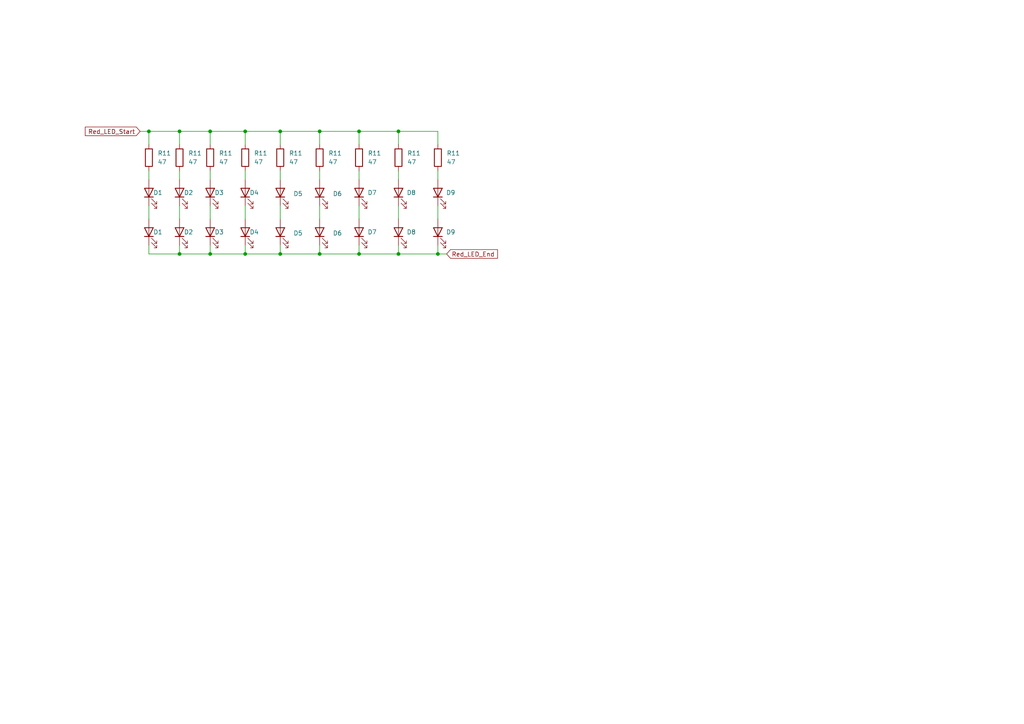
<source format=kicad_sch>
(kicad_sch (version 20230121) (generator eeschema)

  (uuid f6304b80-4baf-4816-8c8d-addfb8b95d71)

  (paper "A4")

  (lib_symbols
    (symbol "Device:LED" (pin_numbers hide) (pin_names (offset 1.016) hide) (in_bom yes) (on_board yes)
      (property "Reference" "D" (at 0 2.54 0)
        (effects (font (size 1.27 1.27)))
      )
      (property "Value" "LED" (at 0 -2.54 0)
        (effects (font (size 1.27 1.27)))
      )
      (property "Footprint" "" (at 0 0 0)
        (effects (font (size 1.27 1.27)) hide)
      )
      (property "Datasheet" "~" (at 0 0 0)
        (effects (font (size 1.27 1.27)) hide)
      )
      (property "ki_keywords" "LED diode" (at 0 0 0)
        (effects (font (size 1.27 1.27)) hide)
      )
      (property "ki_description" "Light emitting diode" (at 0 0 0)
        (effects (font (size 1.27 1.27)) hide)
      )
      (property "ki_fp_filters" "LED* LED_SMD:* LED_THT:*" (at 0 0 0)
        (effects (font (size 1.27 1.27)) hide)
      )
      (symbol "LED_0_1"
        (polyline
          (pts
            (xy -1.27 -1.27)
            (xy -1.27 1.27)
          )
          (stroke (width 0.254) (type default))
          (fill (type none))
        )
        (polyline
          (pts
            (xy -1.27 0)
            (xy 1.27 0)
          )
          (stroke (width 0) (type default))
          (fill (type none))
        )
        (polyline
          (pts
            (xy 1.27 -1.27)
            (xy 1.27 1.27)
            (xy -1.27 0)
            (xy 1.27 -1.27)
          )
          (stroke (width 0.254) (type default))
          (fill (type none))
        )
        (polyline
          (pts
            (xy -3.048 -0.762)
            (xy -4.572 -2.286)
            (xy -3.81 -2.286)
            (xy -4.572 -2.286)
            (xy -4.572 -1.524)
          )
          (stroke (width 0) (type default))
          (fill (type none))
        )
        (polyline
          (pts
            (xy -1.778 -0.762)
            (xy -3.302 -2.286)
            (xy -2.54 -2.286)
            (xy -3.302 -2.286)
            (xy -3.302 -1.524)
          )
          (stroke (width 0) (type default))
          (fill (type none))
        )
      )
      (symbol "LED_1_1"
        (pin passive line (at -3.81 0 0) (length 2.54)
          (name "K" (effects (font (size 1.27 1.27))))
          (number "1" (effects (font (size 1.27 1.27))))
        )
        (pin passive line (at 3.81 0 180) (length 2.54)
          (name "A" (effects (font (size 1.27 1.27))))
          (number "2" (effects (font (size 1.27 1.27))))
        )
      )
    )
    (symbol "Device:R" (pin_numbers hide) (pin_names (offset 0)) (in_bom yes) (on_board yes)
      (property "Reference" "R" (at 2.032 0 90)
        (effects (font (size 1.27 1.27)))
      )
      (property "Value" "R" (at 0 0 90)
        (effects (font (size 1.27 1.27)))
      )
      (property "Footprint" "" (at -1.778 0 90)
        (effects (font (size 1.27 1.27)) hide)
      )
      (property "Datasheet" "~" (at 0 0 0)
        (effects (font (size 1.27 1.27)) hide)
      )
      (property "ki_keywords" "R res resistor" (at 0 0 0)
        (effects (font (size 1.27 1.27)) hide)
      )
      (property "ki_description" "Resistor" (at 0 0 0)
        (effects (font (size 1.27 1.27)) hide)
      )
      (property "ki_fp_filters" "R_*" (at 0 0 0)
        (effects (font (size 1.27 1.27)) hide)
      )
      (symbol "R_0_1"
        (rectangle (start -1.016 -2.54) (end 1.016 2.54)
          (stroke (width 0.254) (type default))
          (fill (type none))
        )
      )
      (symbol "R_1_1"
        (pin passive line (at 0 3.81 270) (length 1.27)
          (name "~" (effects (font (size 1.27 1.27))))
          (number "1" (effects (font (size 1.27 1.27))))
        )
        (pin passive line (at 0 -3.81 90) (length 1.27)
          (name "~" (effects (font (size 1.27 1.27))))
          (number "2" (effects (font (size 1.27 1.27))))
        )
      )
    )
  )

  (junction (at 60.96 73.66) (diameter 0) (color 0 0 0 0)
    (uuid 27000792-f72e-422b-a1e2-91ed288dc803)
  )
  (junction (at 92.71 73.66) (diameter 0) (color 0 0 0 0)
    (uuid 308e0836-c76a-4ade-b13b-8ba13373cf1e)
  )
  (junction (at 60.96 38.1) (diameter 0) (color 0 0 0 0)
    (uuid 3fb5569a-b1b4-4a0e-9db1-f8e8a52fafc1)
  )
  (junction (at 81.28 38.1) (diameter 0) (color 0 0 0 0)
    (uuid 46e0acc9-c146-4a3f-8390-f9f9db64ba76)
  )
  (junction (at 52.07 38.1) (diameter 0) (color 0 0 0 0)
    (uuid 785311d2-8825-4c72-aa44-096d87539c92)
  )
  (junction (at 127 73.66) (diameter 0) (color 0 0 0 0)
    (uuid 84bbdd1c-ed38-4718-a301-ffdda3d1e532)
  )
  (junction (at 71.12 73.66) (diameter 0) (color 0 0 0 0)
    (uuid 867718f3-ed98-4cdf-96ff-c93e84f3ad0f)
  )
  (junction (at 52.07 73.66) (diameter 0) (color 0 0 0 0)
    (uuid 99ec4e99-bde7-4cab-97d3-29998f436a7c)
  )
  (junction (at 71.12 38.1) (diameter 0) (color 0 0 0 0)
    (uuid a090f3df-e2b9-41c7-8691-033ffd4eb6b9)
  )
  (junction (at 104.14 73.66) (diameter 0) (color 0 0 0 0)
    (uuid aace07a2-dec6-4be5-8776-fab50c88ce0b)
  )
  (junction (at 81.28 73.66) (diameter 0) (color 0 0 0 0)
    (uuid beee9c9c-1389-4e6e-83ab-6233da55a660)
  )
  (junction (at 115.57 38.1) (diameter 0) (color 0 0 0 0)
    (uuid c000cf17-41a8-4da0-9165-854d1ecc2916)
  )
  (junction (at 43.18 38.1) (diameter 0) (color 0 0 0 0)
    (uuid c353d0a5-a694-4d81-8d56-e0837b98439e)
  )
  (junction (at 115.57 73.66) (diameter 0) (color 0 0 0 0)
    (uuid d03387f0-f57d-4e2e-bb22-5f35e1a308ea)
  )
  (junction (at 92.71 38.1) (diameter 0) (color 0 0 0 0)
    (uuid d734fb19-f2dd-4a2c-b32d-972a5de1a0e7)
  )
  (junction (at 104.14 38.1) (diameter 0) (color 0 0 0 0)
    (uuid d9cad8c6-06b5-4358-a4a6-41c5fd09da31)
  )

  (wire (pts (xy 71.12 38.1) (xy 81.28 38.1))
    (stroke (width 0) (type default))
    (uuid 05018c12-3bc8-40eb-a97d-cc56c184272b)
  )
  (wire (pts (xy 104.14 49.53) (xy 104.14 52.07))
    (stroke (width 0) (type default))
    (uuid 08979cc3-e674-496d-98ad-a0ac3464a99d)
  )
  (wire (pts (xy 52.07 38.1) (xy 60.96 38.1))
    (stroke (width 0) (type default))
    (uuid 1139cfaa-8eb6-476b-b8f8-ab769dc4b09f)
  )
  (wire (pts (xy 60.96 38.1) (xy 71.12 38.1))
    (stroke (width 0) (type default))
    (uuid 1643625f-8972-4818-b04b-7663569fb6ec)
  )
  (wire (pts (xy 43.18 73.66) (xy 43.18 71.12))
    (stroke (width 0) (type default))
    (uuid 1c82b20d-9f6f-41e5-9be5-93e8a77aa755)
  )
  (wire (pts (xy 92.71 59.69) (xy 92.71 63.5))
    (stroke (width 0) (type default))
    (uuid 1fb3f5ee-ed52-4558-b1c6-a873cf9c2793)
  )
  (wire (pts (xy 115.57 73.66) (xy 127 73.66))
    (stroke (width 0) (type default))
    (uuid 228aeabc-4176-4984-b157-f6ab27a217c8)
  )
  (wire (pts (xy 60.96 38.1) (xy 60.96 41.91))
    (stroke (width 0) (type default))
    (uuid 22fdb6b8-60cb-4dde-a08b-206feed623d9)
  )
  (wire (pts (xy 104.14 59.69) (xy 104.14 63.5))
    (stroke (width 0) (type default))
    (uuid 27afd6a1-34c8-4136-96c3-7655cd062daf)
  )
  (wire (pts (xy 104.14 71.12) (xy 104.14 73.66))
    (stroke (width 0) (type default))
    (uuid 2b559c4f-8b80-4f1d-bd50-dfda1752fbd6)
  )
  (wire (pts (xy 43.18 59.69) (xy 43.18 63.5))
    (stroke (width 0) (type default))
    (uuid 2e633689-d75c-41ce-8bd6-33ff972ca89a)
  )
  (wire (pts (xy 81.28 73.66) (xy 71.12 73.66))
    (stroke (width 0) (type default))
    (uuid 2ebdedc4-f818-47b5-9b38-3a2758cc3653)
  )
  (wire (pts (xy 92.71 38.1) (xy 104.14 38.1))
    (stroke (width 0) (type default))
    (uuid 313398dd-3129-450f-b3dd-82361002c696)
  )
  (wire (pts (xy 92.71 73.66) (xy 104.14 73.66))
    (stroke (width 0) (type default))
    (uuid 323f03ac-d221-452e-bfc7-43257bcb26e6)
  )
  (wire (pts (xy 81.28 59.69) (xy 81.28 63.5))
    (stroke (width 0) (type default))
    (uuid 332e06a3-f3d6-4f54-9671-27b914b197ac)
  )
  (wire (pts (xy 81.28 38.1) (xy 81.28 41.91))
    (stroke (width 0) (type default))
    (uuid 3c298729-153b-4273-ac6a-948607af5513)
  )
  (wire (pts (xy 115.57 71.12) (xy 115.57 73.66))
    (stroke (width 0) (type default))
    (uuid 46d55307-9f06-440d-b3d1-8f74dd4fbea7)
  )
  (wire (pts (xy 92.71 71.12) (xy 92.71 73.66))
    (stroke (width 0) (type default))
    (uuid 53b62a8b-2b85-4dd5-9b2b-ed427a09c624)
  )
  (wire (pts (xy 115.57 38.1) (xy 115.57 41.91))
    (stroke (width 0) (type default))
    (uuid 54730f2d-f522-442c-83fb-b24655f19f29)
  )
  (wire (pts (xy 43.18 38.1) (xy 52.07 38.1))
    (stroke (width 0) (type default))
    (uuid 62f9e7ab-1e35-430b-bd8a-5698a1d06c65)
  )
  (wire (pts (xy 43.18 49.53) (xy 43.18 52.07))
    (stroke (width 0) (type default))
    (uuid 6464d799-5e4c-41b5-934d-35d1f67a5a77)
  )
  (wire (pts (xy 60.96 73.66) (xy 52.07 73.66))
    (stroke (width 0) (type default))
    (uuid 6986906d-e4e3-4628-ae7b-b101d16f7b7d)
  )
  (wire (pts (xy 71.12 59.69) (xy 71.12 63.5))
    (stroke (width 0) (type default))
    (uuid 6cbdad28-fa96-4ee7-99cc-4585c5e851dd)
  )
  (wire (pts (xy 104.14 38.1) (xy 115.57 38.1))
    (stroke (width 0) (type default))
    (uuid 6dc70930-0457-48fd-87f0-7c6fdd78235b)
  )
  (wire (pts (xy 127 49.53) (xy 127 52.07))
    (stroke (width 0) (type default))
    (uuid 707b8c4e-78ff-41a7-8e59-4715a826c38a)
  )
  (wire (pts (xy 104.14 41.91) (xy 104.14 38.1))
    (stroke (width 0) (type default))
    (uuid 79983b45-4e90-41d0-9d28-9b25dd1919f4)
  )
  (wire (pts (xy 127 59.69) (xy 127 63.5))
    (stroke (width 0) (type default))
    (uuid 7a88ced0-f556-45c9-a59a-96d2af81188d)
  )
  (wire (pts (xy 52.07 49.53) (xy 52.07 52.07))
    (stroke (width 0) (type default))
    (uuid 7bbedd5c-a820-4909-9ca6-75cf537746c4)
  )
  (wire (pts (xy 60.96 49.53) (xy 60.96 52.07))
    (stroke (width 0) (type default))
    (uuid 8042e7fc-267c-4311-86f8-4251702ae821)
  )
  (wire (pts (xy 71.12 49.53) (xy 71.12 52.07))
    (stroke (width 0) (type default))
    (uuid 80daf50d-4802-4393-a0ae-2b1317f56f57)
  )
  (wire (pts (xy 43.18 41.91) (xy 43.18 38.1))
    (stroke (width 0) (type default))
    (uuid 82be3a36-7dd7-44cc-b5e6-eb8122a490ff)
  )
  (wire (pts (xy 60.96 71.12) (xy 60.96 73.66))
    (stroke (width 0) (type default))
    (uuid 82e372b2-22a9-48e5-8f0f-4ea3414376fd)
  )
  (wire (pts (xy 115.57 38.1) (xy 127 38.1))
    (stroke (width 0) (type default))
    (uuid 8336a783-6066-46e7-8533-43b0d1beb6d2)
  )
  (wire (pts (xy 81.28 49.53) (xy 81.28 52.07))
    (stroke (width 0) (type default))
    (uuid 8bbc2117-720e-4ba9-86c9-36c17f36b182)
  )
  (wire (pts (xy 71.12 71.12) (xy 71.12 73.66))
    (stroke (width 0) (type default))
    (uuid 9429426f-2814-49e4-b37b-e842194afa5d)
  )
  (wire (pts (xy 52.07 71.12) (xy 52.07 73.66))
    (stroke (width 0) (type default))
    (uuid 9498897c-4d07-4751-8457-0eb8d2010ba4)
  )
  (wire (pts (xy 104.14 73.66) (xy 115.57 73.66))
    (stroke (width 0) (type default))
    (uuid 9dd7d290-373c-4d57-91f2-104e396d3c91)
  )
  (wire (pts (xy 40.64 38.1) (xy 43.18 38.1))
    (stroke (width 0) (type default))
    (uuid a11a619d-3274-417e-8771-10b63337379b)
  )
  (wire (pts (xy 127 71.12) (xy 127 73.66))
    (stroke (width 0) (type default))
    (uuid a1a81f54-c033-4399-97da-fc592841a4c3)
  )
  (wire (pts (xy 52.07 38.1) (xy 52.07 41.91))
    (stroke (width 0) (type default))
    (uuid a7da6430-2c5b-4637-beb0-f2dfa1c1f4bf)
  )
  (wire (pts (xy 92.71 38.1) (xy 92.71 41.91))
    (stroke (width 0) (type default))
    (uuid bc0191c8-5d7c-4489-a0e1-2f3a8bc34889)
  )
  (wire (pts (xy 52.07 73.66) (xy 43.18 73.66))
    (stroke (width 0) (type default))
    (uuid bc42eed6-3f21-469e-b243-7ca7122fc8d3)
  )
  (wire (pts (xy 115.57 59.69) (xy 115.57 63.5))
    (stroke (width 0) (type default))
    (uuid bc780425-c1d5-4ec1-bc53-fc2f09eaba82)
  )
  (wire (pts (xy 71.12 73.66) (xy 60.96 73.66))
    (stroke (width 0) (type default))
    (uuid c0829ea3-b086-4bb5-ad88-c8c71b8ae0ff)
  )
  (wire (pts (xy 127 73.66) (xy 129.54 73.66))
    (stroke (width 0) (type default))
    (uuid c9fd73c4-012a-4f2a-b4a1-ba5100d933b9)
  )
  (wire (pts (xy 115.57 49.53) (xy 115.57 52.07))
    (stroke (width 0) (type default))
    (uuid ced9cf9b-fe89-4541-9906-d9d169fdf8a7)
  )
  (wire (pts (xy 127 38.1) (xy 127 41.91))
    (stroke (width 0) (type default))
    (uuid dead7bf9-fef6-4d20-8e8e-602b12c993e8)
  )
  (wire (pts (xy 81.28 38.1) (xy 92.71 38.1))
    (stroke (width 0) (type default))
    (uuid e600e79b-cc2f-403a-b725-57e2436b5582)
  )
  (wire (pts (xy 60.96 59.69) (xy 60.96 63.5))
    (stroke (width 0) (type default))
    (uuid eaec9885-45c4-4f32-8c44-2d60ce4cd696)
  )
  (wire (pts (xy 71.12 38.1) (xy 71.12 41.91))
    (stroke (width 0) (type default))
    (uuid ed7078b8-32cb-4f5c-ab4b-0256223e1962)
  )
  (wire (pts (xy 81.28 71.12) (xy 81.28 73.66))
    (stroke (width 0) (type default))
    (uuid ef2039f1-eef8-421c-9fb0-41995f2ae3ba)
  )
  (wire (pts (xy 52.07 59.69) (xy 52.07 63.5))
    (stroke (width 0) (type default))
    (uuid f2e2e815-0378-40bd-b42f-4a46cca3a1d4)
  )
  (wire (pts (xy 81.28 73.66) (xy 92.71 73.66))
    (stroke (width 0) (type default))
    (uuid f5042640-cf4a-406b-8314-d4b98f09dcaf)
  )
  (wire (pts (xy 92.71 49.53) (xy 92.71 52.07))
    (stroke (width 0) (type default))
    (uuid fd855391-b9b1-4da1-a987-f97ce50c67de)
  )

  (global_label "Red_LED_Start" (shape input) (at 40.64 38.1 180) (fields_autoplaced)
    (effects (font (size 1.27 1.27)) (justify right))
    (uuid 3b7d893d-9cfb-4195-8a22-d3076cd16b7d)
    (property "Intersheetrefs" "${INTERSHEET_REFS}" (at 24.1688 38.1 0)
      (effects (font (size 1.27 1.27)) (justify right) hide)
    )
  )
  (global_label "Red_LED_End" (shape input) (at 129.54 73.66 0) (fields_autoplaced)
    (effects (font (size 1.27 1.27)) (justify left))
    (uuid c3cce2f3-aef6-4151-908d-514356ebcbd8)
    (property "Intersheetrefs" "${INTERSHEET_REFS}" (at 144.8621 73.66 0)
      (effects (font (size 1.27 1.27)) (justify left) hide)
    )
  )

  (symbol (lib_id "Device:LED") (at 43.18 67.31 90) (unit 1)
    (in_bom yes) (on_board yes) (dnp no)
    (uuid 1609da84-416e-4144-a665-37b51c206bb6)
    (property "Reference" "D1" (at 44.45 67.31 90)
      (effects (font (size 1.27 1.27)) (justify right))
    )
    (property "Value" "LED_0402_1005Metric_Pad0.77x0.64mm_HandSolder" (at 46.99 70.1675 90)
      (effects (font (size 1.27 1.27)) (justify right) hide)
    )
    (property "Footprint" "LED_SMD:LED_0402_1005Metric_Pad0.77x0.64mm_HandSolder" (at 43.18 67.31 0)
      (effects (font (size 1.27 1.27)) hide)
    )
    (property "Datasheet" "~" (at 43.18 67.31 0)
      (effects (font (size 1.27 1.27)) hide)
    )
    (pin "1" (uuid 85e870a4-76ab-41b0-9d0a-9eb0355ddc5e))
    (pin "2" (uuid 2850de07-0b6d-4ae6-9510-9673f57e9a7b))
    (instances
      (project "untitled"
        (path "/2909db4b-e7ca-4b3d-b8b8-720f3898e595"
          (reference "D1") (unit 1)
        )
      )
      (project "LED_Illuminator_Revised"
        (path "/4e559a88-004a-41a4-8dc6-f62b9d4f677b"
          (reference "D1") (unit 1)
        )
        (path "/4e559a88-004a-41a4-8dc6-f62b9d4f677b/d987b1eb-862e-4b1b-8145-5116fe9f8f08"
          (reference "D19") (unit 1)
        )
      )
      (project "3_LED_Rings"
        (path "/9590fcf9-0d43-4008-9224-2b0e2612d891/c380e80a-b7f4-403c-9982-a6bd790990df"
          (reference "D1") (unit 1)
        )
        (path "/9590fcf9-0d43-4008-9224-2b0e2612d891/aed08636-13b8-4b96-9fc6-64c5f06a60f4"
          (reference "D31") (unit 1)
        )
      )
      (project "LED_Revised_New"
        (path "/985f529a-94b0-4332-b14e-ba2a298ddda3/80797c74-4c27-4f57-8322-9f62f18d2012"
          (reference "D1") (unit 1)
        )
        (path "/985f529a-94b0-4332-b14e-ba2a298ddda3/bdb98da7-3031-4fd2-9ef8-eec88695a2e6"
          (reference "D28") (unit 1)
        )
        (path "/985f529a-94b0-4332-b14e-ba2a298ddda3/6273c658-3219-486e-ad28-df0469d0c3e2"
          (reference "D38") (unit 1)
        )
      )
    )
  )

  (symbol (lib_id "Device:R") (at 127 45.72 0) (unit 1)
    (in_bom yes) (on_board yes) (dnp no) (fields_autoplaced)
    (uuid 17277b9a-ba34-4bf6-b383-c9db077f5dfe)
    (property "Reference" "R11" (at 129.54 44.45 0)
      (effects (font (size 1.27 1.27)) (justify left))
    )
    (property "Value" "47" (at 129.54 46.99 0)
      (effects (font (size 1.27 1.27)) (justify left))
    )
    (property "Footprint" "Resistor_SMD:R_0402_1005Metric_Pad0.72x0.64mm_HandSolder" (at 125.222 45.72 90)
      (effects (font (size 1.27 1.27)) hide)
    )
    (property "Datasheet" "~" (at 127 45.72 0)
      (effects (font (size 1.27 1.27)) hide)
    )
    (pin "1" (uuid b3f9de2d-428f-434d-b9f7-bc69caaff452))
    (pin "2" (uuid 5379c7c6-04b4-4423-a76e-952e49bb881f))
    (instances
      (project "3_LED_Rings"
        (path "/9590fcf9-0d43-4008-9224-2b0e2612d891/c380e80a-b7f4-403c-9982-a6bd790990df"
          (reference "R11") (unit 1)
        )
      )
      (project "LED_Revised_New"
        (path "/985f529a-94b0-4332-b14e-ba2a298ddda3/80797c74-4c27-4f57-8322-9f62f18d2012"
          (reference "R9") (unit 1)
        )
        (path "/985f529a-94b0-4332-b14e-ba2a298ddda3/bdb98da7-3031-4fd2-9ef8-eec88695a2e6"
          (reference "R27") (unit 1)
        )
        (path "/985f529a-94b0-4332-b14e-ba2a298ddda3/6273c658-3219-486e-ad28-df0469d0c3e2"
          (reference "R36") (unit 1)
        )
      )
      (project "Inner_LED_RIng"
        (path "/daedd578-555e-40f6-83e1-39698ba7e9b8"
          (reference "R11") (unit 1)
        )
      )
    )
  )

  (symbol (lib_id "Device:LED") (at 127 55.88 90) (unit 1)
    (in_bom yes) (on_board yes) (dnp no)
    (uuid 239527ac-dd24-43de-b593-55bead8becf4)
    (property "Reference" "D9" (at 132.08 55.88 90)
      (effects (font (size 1.27 1.27)) (justify left))
    )
    (property "Value" "LED_0402_1005Metric_Pad0.77x0.64mm_HandSolder" (at 120.65 53.34 90)
      (effects (font (size 1.27 1.27)) (justify left) hide)
    )
    (property "Footprint" "LED_SMD:LED_0402_1005Metric_Pad0.77x0.64mm_HandSolder" (at 127 55.88 0)
      (effects (font (size 1.27 1.27)) hide)
    )
    (property "Datasheet" "~" (at 127 55.88 0)
      (effects (font (size 1.27 1.27)) hide)
    )
    (pin "1" (uuid 70fac86c-f351-4733-bf0e-ead7ca15f8b8))
    (pin "2" (uuid 4700690e-3013-4942-8390-fd3bc83091d1))
    (instances
      (project "untitled"
        (path "/2909db4b-e7ca-4b3d-b8b8-720f3898e595"
          (reference "D9") (unit 1)
        )
      )
      (project "LED_Illuminator_Revised"
        (path "/4e559a88-004a-41a4-8dc6-f62b9d4f677b"
          (reference "D9") (unit 1)
        )
        (path "/4e559a88-004a-41a4-8dc6-f62b9d4f677b/d987b1eb-862e-4b1b-8145-5116fe9f8f08"
          (reference "D27") (unit 1)
        )
      )
      (project "3_LED_Rings"
        (path "/9590fcf9-0d43-4008-9224-2b0e2612d891/c380e80a-b7f4-403c-9982-a6bd790990df"
          (reference "D9") (unit 1)
        )
        (path "/9590fcf9-0d43-4008-9224-2b0e2612d891/aed08636-13b8-4b96-9fc6-64c5f06a60f4"
          (reference "D28") (unit 1)
        )
      )
      (project "LED_Revised_New"
        (path "/985f529a-94b0-4332-b14e-ba2a298ddda3/80797c74-4c27-4f57-8322-9f62f18d2012"
          (reference "D9") (unit 1)
        )
        (path "/985f529a-94b0-4332-b14e-ba2a298ddda3/bdb98da7-3031-4fd2-9ef8-eec88695a2e6"
          (reference "D27") (unit 1)
        )
        (path "/985f529a-94b0-4332-b14e-ba2a298ddda3/6273c658-3219-486e-ad28-df0469d0c3e2"
          (reference "D53") (unit 1)
        )
      )
    )
  )

  (symbol (lib_id "Device:LED") (at 92.71 67.31 90) (unit 1)
    (in_bom yes) (on_board yes) (dnp no)
    (uuid 26a2c220-25fe-45c8-8faa-ff27ce299c45)
    (property "Reference" "D6" (at 96.52 67.6275 90)
      (effects (font (size 1.27 1.27)) (justify right))
    )
    (property "Value" "LED_0402_1005Metric_Pad0.77x0.64mm_HandSolder" (at 96.52 78.74 90)
      (effects (font (size 1.27 1.27)) (justify right) hide)
    )
    (property "Footprint" "LED_SMD:LED_0402_1005Metric_Pad0.77x0.64mm_HandSolder" (at 92.71 67.31 0)
      (effects (font (size 1.27 1.27)) hide)
    )
    (property "Datasheet" "~" (at 92.71 67.31 0)
      (effects (font (size 1.27 1.27)) hide)
    )
    (pin "1" (uuid e32ac727-5bda-49ea-8700-a8190184eae9))
    (pin "2" (uuid b689f350-5ace-40ad-80d8-b4967f610711))
    (instances
      (project "untitled"
        (path "/2909db4b-e7ca-4b3d-b8b8-720f3898e595"
          (reference "D6") (unit 1)
        )
      )
      (project "LED_Illuminator_Revised"
        (path "/4e559a88-004a-41a4-8dc6-f62b9d4f677b"
          (reference "D6") (unit 1)
        )
        (path "/4e559a88-004a-41a4-8dc6-f62b9d4f677b/d987b1eb-862e-4b1b-8145-5116fe9f8f08"
          (reference "D24") (unit 1)
        )
      )
      (project "3_LED_Rings"
        (path "/9590fcf9-0d43-4008-9224-2b0e2612d891/c380e80a-b7f4-403c-9982-a6bd790990df"
          (reference "D6") (unit 1)
        )
        (path "/9590fcf9-0d43-4008-9224-2b0e2612d891/aed08636-13b8-4b96-9fc6-64c5f06a60f4"
          (reference "D36") (unit 1)
        )
      )
      (project "LED_Revised_New"
        (path "/985f529a-94b0-4332-b14e-ba2a298ddda3/80797c74-4c27-4f57-8322-9f62f18d2012"
          (reference "D6") (unit 1)
        )
        (path "/985f529a-94b0-4332-b14e-ba2a298ddda3/bdb98da7-3031-4fd2-9ef8-eec88695a2e6"
          (reference "D33") (unit 1)
        )
        (path "/985f529a-94b0-4332-b14e-ba2a298ddda3/6273c658-3219-486e-ad28-df0469d0c3e2"
          (reference "D48") (unit 1)
        )
      )
    )
  )

  (symbol (lib_id "Device:R") (at 104.14 45.72 0) (unit 1)
    (in_bom yes) (on_board yes) (dnp no) (fields_autoplaced)
    (uuid 26b3cf54-c091-4d2a-9f3e-775e8dd03777)
    (property "Reference" "R11" (at 106.68 44.45 0)
      (effects (font (size 1.27 1.27)) (justify left))
    )
    (property "Value" "47" (at 106.68 46.99 0)
      (effects (font (size 1.27 1.27)) (justify left))
    )
    (property "Footprint" "Resistor_SMD:R_0402_1005Metric_Pad0.72x0.64mm_HandSolder" (at 102.362 45.72 90)
      (effects (font (size 1.27 1.27)) hide)
    )
    (property "Datasheet" "~" (at 104.14 45.72 0)
      (effects (font (size 1.27 1.27)) hide)
    )
    (pin "1" (uuid 581c2fcc-2b8b-4bf2-b9c3-79579455aef9))
    (pin "2" (uuid 7b4be109-af47-4392-9471-f0b8b5854f47))
    (instances
      (project "3_LED_Rings"
        (path "/9590fcf9-0d43-4008-9224-2b0e2612d891/c380e80a-b7f4-403c-9982-a6bd790990df"
          (reference "R11") (unit 1)
        )
      )
      (project "LED_Revised_New"
        (path "/985f529a-94b0-4332-b14e-ba2a298ddda3/80797c74-4c27-4f57-8322-9f62f18d2012"
          (reference "R7") (unit 1)
        )
        (path "/985f529a-94b0-4332-b14e-ba2a298ddda3/bdb98da7-3031-4fd2-9ef8-eec88695a2e6"
          (reference "R25") (unit 1)
        )
        (path "/985f529a-94b0-4332-b14e-ba2a298ddda3/6273c658-3219-486e-ad28-df0469d0c3e2"
          (reference "R34") (unit 1)
        )
      )
      (project "Inner_LED_RIng"
        (path "/daedd578-555e-40f6-83e1-39698ba7e9b8"
          (reference "R11") (unit 1)
        )
      )
    )
  )

  (symbol (lib_id "Device:R") (at 52.07 45.72 0) (unit 1)
    (in_bom yes) (on_board yes) (dnp no) (fields_autoplaced)
    (uuid 2a2c53e5-50d0-4b96-8e50-518af4a1ed51)
    (property "Reference" "R11" (at 54.61 44.45 0)
      (effects (font (size 1.27 1.27)) (justify left))
    )
    (property "Value" "47" (at 54.61 46.99 0)
      (effects (font (size 1.27 1.27)) (justify left))
    )
    (property "Footprint" "Resistor_SMD:R_0402_1005Metric_Pad0.72x0.64mm_HandSolder" (at 50.292 45.72 90)
      (effects (font (size 1.27 1.27)) hide)
    )
    (property "Datasheet" "~" (at 52.07 45.72 0)
      (effects (font (size 1.27 1.27)) hide)
    )
    (pin "1" (uuid 56dcb061-0c0f-4d05-bff6-89ed216fb5ce))
    (pin "2" (uuid feb71776-46f9-4052-915a-ff5988ed8714))
    (instances
      (project "3_LED_Rings"
        (path "/9590fcf9-0d43-4008-9224-2b0e2612d891/c380e80a-b7f4-403c-9982-a6bd790990df"
          (reference "R11") (unit 1)
        )
      )
      (project "LED_Revised_New"
        (path "/985f529a-94b0-4332-b14e-ba2a298ddda3/80797c74-4c27-4f57-8322-9f62f18d2012"
          (reference "R2") (unit 1)
        )
        (path "/985f529a-94b0-4332-b14e-ba2a298ddda3/bdb98da7-3031-4fd2-9ef8-eec88695a2e6"
          (reference "R20") (unit 1)
        )
        (path "/985f529a-94b0-4332-b14e-ba2a298ddda3/6273c658-3219-486e-ad28-df0469d0c3e2"
          (reference "R29") (unit 1)
        )
      )
      (project "Inner_LED_RIng"
        (path "/daedd578-555e-40f6-83e1-39698ba7e9b8"
          (reference "R11") (unit 1)
        )
      )
    )
  )

  (symbol (lib_id "Device:LED") (at 81.28 67.31 90) (unit 1)
    (in_bom yes) (on_board yes) (dnp no) (fields_autoplaced)
    (uuid 2fbc4759-3a77-47c5-aa20-9f4371b5cfbf)
    (property "Reference" "D5" (at 85.09 67.6275 90)
      (effects (font (size 1.27 1.27)) (justify right))
    )
    (property "Value" "LED_0402_1005Metric_Pad0.77x0.64mm_HandSolder" (at 85.09 70.1675 90)
      (effects (font (size 1.27 1.27)) (justify right) hide)
    )
    (property "Footprint" "LED_SMD:LED_0402_1005Metric_Pad0.77x0.64mm_HandSolder" (at 81.28 67.31 0)
      (effects (font (size 1.27 1.27)) hide)
    )
    (property "Datasheet" "~" (at 81.28 67.31 0)
      (effects (font (size 1.27 1.27)) hide)
    )
    (pin "1" (uuid e7239205-1515-4280-b757-e1afdc2d5668))
    (pin "2" (uuid 6d978bf1-34e9-47ef-af8e-2c21107d05df))
    (instances
      (project "untitled"
        (path "/2909db4b-e7ca-4b3d-b8b8-720f3898e595"
          (reference "D5") (unit 1)
        )
      )
      (project "LED_Illuminator_Revised"
        (path "/4e559a88-004a-41a4-8dc6-f62b9d4f677b"
          (reference "D5") (unit 1)
        )
        (path "/4e559a88-004a-41a4-8dc6-f62b9d4f677b/d987b1eb-862e-4b1b-8145-5116fe9f8f08"
          (reference "D23") (unit 1)
        )
      )
      (project "3_LED_Rings"
        (path "/9590fcf9-0d43-4008-9224-2b0e2612d891/c380e80a-b7f4-403c-9982-a6bd790990df"
          (reference "D5") (unit 1)
        )
        (path "/9590fcf9-0d43-4008-9224-2b0e2612d891/aed08636-13b8-4b96-9fc6-64c5f06a60f4"
          (reference "D35") (unit 1)
        )
      )
      (project "LED_Revised_New"
        (path "/985f529a-94b0-4332-b14e-ba2a298ddda3/80797c74-4c27-4f57-8322-9f62f18d2012"
          (reference "D5") (unit 1)
        )
        (path "/985f529a-94b0-4332-b14e-ba2a298ddda3/bdb98da7-3031-4fd2-9ef8-eec88695a2e6"
          (reference "D32") (unit 1)
        )
        (path "/985f529a-94b0-4332-b14e-ba2a298ddda3/6273c658-3219-486e-ad28-df0469d0c3e2"
          (reference "D46") (unit 1)
        )
      )
    )
  )

  (symbol (lib_id "Device:LED") (at 92.71 55.88 90) (unit 1)
    (in_bom yes) (on_board yes) (dnp no)
    (uuid 35207ea7-f704-4b4e-baff-95c2767c0742)
    (property "Reference" "D6" (at 96.52 56.1975 90)
      (effects (font (size 1.27 1.27)) (justify right))
    )
    (property "Value" "LED_0402_1005Metric_Pad0.77x0.64mm_HandSolder" (at 96.52 67.31 90)
      (effects (font (size 1.27 1.27)) (justify right) hide)
    )
    (property "Footprint" "LED_SMD:LED_0402_1005Metric_Pad0.77x0.64mm_HandSolder" (at 92.71 55.88 0)
      (effects (font (size 1.27 1.27)) hide)
    )
    (property "Datasheet" "~" (at 92.71 55.88 0)
      (effects (font (size 1.27 1.27)) hide)
    )
    (pin "1" (uuid 9437c6cf-43a4-4a31-aa97-55ea77134c51))
    (pin "2" (uuid 532bd8d4-effc-4d0c-90bb-f979f0fa0659))
    (instances
      (project "untitled"
        (path "/2909db4b-e7ca-4b3d-b8b8-720f3898e595"
          (reference "D6") (unit 1)
        )
      )
      (project "LED_Illuminator_Revised"
        (path "/4e559a88-004a-41a4-8dc6-f62b9d4f677b"
          (reference "D6") (unit 1)
        )
        (path "/4e559a88-004a-41a4-8dc6-f62b9d4f677b/d987b1eb-862e-4b1b-8145-5116fe9f8f08"
          (reference "D24") (unit 1)
        )
      )
      (project "3_LED_Rings"
        (path "/9590fcf9-0d43-4008-9224-2b0e2612d891/c380e80a-b7f4-403c-9982-a6bd790990df"
          (reference "D6") (unit 1)
        )
        (path "/9590fcf9-0d43-4008-9224-2b0e2612d891/aed08636-13b8-4b96-9fc6-64c5f06a60f4"
          (reference "D36") (unit 1)
        )
      )
      (project "LED_Revised_New"
        (path "/985f529a-94b0-4332-b14e-ba2a298ddda3/80797c74-4c27-4f57-8322-9f62f18d2012"
          (reference "D6") (unit 1)
        )
        (path "/985f529a-94b0-4332-b14e-ba2a298ddda3/bdb98da7-3031-4fd2-9ef8-eec88695a2e6"
          (reference "D24") (unit 1)
        )
        (path "/985f529a-94b0-4332-b14e-ba2a298ddda3/6273c658-3219-486e-ad28-df0469d0c3e2"
          (reference "D47") (unit 1)
        )
      )
    )
  )

  (symbol (lib_id "Device:LED") (at 127 67.31 90) (unit 1)
    (in_bom yes) (on_board yes) (dnp no)
    (uuid 3ac9dafb-43ff-4846-b706-1fb0d2cb8aac)
    (property "Reference" "D9" (at 132.08 67.31 90)
      (effects (font (size 1.27 1.27)) (justify left))
    )
    (property "Value" "LED_0402_1005Metric_Pad0.77x0.64mm_HandSolder" (at 120.65 64.77 90)
      (effects (font (size 1.27 1.27)) (justify left) hide)
    )
    (property "Footprint" "LED_SMD:LED_0402_1005Metric_Pad0.77x0.64mm_HandSolder" (at 127 67.31 0)
      (effects (font (size 1.27 1.27)) hide)
    )
    (property "Datasheet" "~" (at 127 67.31 0)
      (effects (font (size 1.27 1.27)) hide)
    )
    (pin "1" (uuid 85cb530a-e644-48a4-8436-ada6842d0a79))
    (pin "2" (uuid d5c97d20-0973-430a-a3cc-3679b4792abe))
    (instances
      (project "untitled"
        (path "/2909db4b-e7ca-4b3d-b8b8-720f3898e595"
          (reference "D9") (unit 1)
        )
      )
      (project "LED_Illuminator_Revised"
        (path "/4e559a88-004a-41a4-8dc6-f62b9d4f677b"
          (reference "D9") (unit 1)
        )
        (path "/4e559a88-004a-41a4-8dc6-f62b9d4f677b/d987b1eb-862e-4b1b-8145-5116fe9f8f08"
          (reference "D27") (unit 1)
        )
      )
      (project "3_LED_Rings"
        (path "/9590fcf9-0d43-4008-9224-2b0e2612d891/c380e80a-b7f4-403c-9982-a6bd790990df"
          (reference "D9") (unit 1)
        )
        (path "/9590fcf9-0d43-4008-9224-2b0e2612d891/aed08636-13b8-4b96-9fc6-64c5f06a60f4"
          (reference "D28") (unit 1)
        )
      )
      (project "LED_Revised_New"
        (path "/985f529a-94b0-4332-b14e-ba2a298ddda3/80797c74-4c27-4f57-8322-9f62f18d2012"
          (reference "D9") (unit 1)
        )
        (path "/985f529a-94b0-4332-b14e-ba2a298ddda3/bdb98da7-3031-4fd2-9ef8-eec88695a2e6"
          (reference "D36") (unit 1)
        )
        (path "/985f529a-94b0-4332-b14e-ba2a298ddda3/6273c658-3219-486e-ad28-df0469d0c3e2"
          (reference "D54") (unit 1)
        )
      )
    )
  )

  (symbol (lib_id "Device:LED") (at 71.12 67.31 90) (unit 1)
    (in_bom yes) (on_board yes) (dnp no)
    (uuid 3acad820-13c3-48ba-b2e5-3a06ef84c4d2)
    (property "Reference" "D4" (at 72.39 67.31 90)
      (effects (font (size 1.27 1.27)) (justify right))
    )
    (property "Value" "LED_0402_1005Metric_Pad0.77x0.64mm_HandSolder" (at 74.93 70.1675 90)
      (effects (font (size 1.27 1.27)) (justify right) hide)
    )
    (property "Footprint" "LED_SMD:LED_0402_1005Metric_Pad0.77x0.64mm_HandSolder" (at 71.12 67.31 0)
      (effects (font (size 1.27 1.27)) hide)
    )
    (property "Datasheet" "~" (at 71.12 67.31 0)
      (effects (font (size 1.27 1.27)) hide)
    )
    (pin "1" (uuid d3ad2259-c388-4a9f-a617-ef1232893100))
    (pin "2" (uuid 40082c80-0b23-44c3-8f0a-192320440a97))
    (instances
      (project "untitled"
        (path "/2909db4b-e7ca-4b3d-b8b8-720f3898e595"
          (reference "D4") (unit 1)
        )
      )
      (project "LED_Illuminator_Revised"
        (path "/4e559a88-004a-41a4-8dc6-f62b9d4f677b"
          (reference "D4") (unit 1)
        )
        (path "/4e559a88-004a-41a4-8dc6-f62b9d4f677b/d987b1eb-862e-4b1b-8145-5116fe9f8f08"
          (reference "D22") (unit 1)
        )
      )
      (project "3_LED_Rings"
        (path "/9590fcf9-0d43-4008-9224-2b0e2612d891/c380e80a-b7f4-403c-9982-a6bd790990df"
          (reference "D4") (unit 1)
        )
        (path "/9590fcf9-0d43-4008-9224-2b0e2612d891/aed08636-13b8-4b96-9fc6-64c5f06a60f4"
          (reference "D34") (unit 1)
        )
      )
      (project "LED_Revised_New"
        (path "/985f529a-94b0-4332-b14e-ba2a298ddda3/80797c74-4c27-4f57-8322-9f62f18d2012"
          (reference "D4") (unit 1)
        )
        (path "/985f529a-94b0-4332-b14e-ba2a298ddda3/bdb98da7-3031-4fd2-9ef8-eec88695a2e6"
          (reference "D31") (unit 1)
        )
        (path "/985f529a-94b0-4332-b14e-ba2a298ddda3/6273c658-3219-486e-ad28-df0469d0c3e2"
          (reference "D44") (unit 1)
        )
      )
    )
  )

  (symbol (lib_id "Device:LED") (at 115.57 55.88 90) (unit 1)
    (in_bom yes) (on_board yes) (dnp no)
    (uuid 40c9ac08-1ab7-4bcf-9c1c-b053ca63a40b)
    (property "Reference" "D8" (at 120.65 55.88 90)
      (effects (font (size 1.27 1.27)) (justify left))
    )
    (property "Value" "LED_0402_1005Metric_Pad0.77x0.64mm_HandSolder" (at 109.22 58.42 90)
      (effects (font (size 1.27 1.27)) (justify left) hide)
    )
    (property "Footprint" "LED_SMD:LED_0402_1005Metric_Pad0.77x0.64mm_HandSolder" (at 115.57 55.88 0)
      (effects (font (size 1.27 1.27)) hide)
    )
    (property "Datasheet" "~" (at 115.57 55.88 0)
      (effects (font (size 1.27 1.27)) hide)
    )
    (pin "1" (uuid b80573d7-79e0-4b2e-9f20-c2088ef40c09))
    (pin "2" (uuid 34d1c2f3-8a6b-4d96-ab0c-1ef094352414))
    (instances
      (project "untitled"
        (path "/2909db4b-e7ca-4b3d-b8b8-720f3898e595"
          (reference "D8") (unit 1)
        )
      )
      (project "LED_Illuminator_Revised"
        (path "/4e559a88-004a-41a4-8dc6-f62b9d4f677b"
          (reference "D8") (unit 1)
        )
        (path "/4e559a88-004a-41a4-8dc6-f62b9d4f677b/d987b1eb-862e-4b1b-8145-5116fe9f8f08"
          (reference "D26") (unit 1)
        )
      )
      (project "3_LED_Rings"
        (path "/9590fcf9-0d43-4008-9224-2b0e2612d891/c380e80a-b7f4-403c-9982-a6bd790990df"
          (reference "D8") (unit 1)
        )
        (path "/9590fcf9-0d43-4008-9224-2b0e2612d891/aed08636-13b8-4b96-9fc6-64c5f06a60f4"
          (reference "D29") (unit 1)
        )
      )
      (project "LED_Revised_New"
        (path "/985f529a-94b0-4332-b14e-ba2a298ddda3/80797c74-4c27-4f57-8322-9f62f18d2012"
          (reference "D8") (unit 1)
        )
        (path "/985f529a-94b0-4332-b14e-ba2a298ddda3/bdb98da7-3031-4fd2-9ef8-eec88695a2e6"
          (reference "D26") (unit 1)
        )
        (path "/985f529a-94b0-4332-b14e-ba2a298ddda3/6273c658-3219-486e-ad28-df0469d0c3e2"
          (reference "D51") (unit 1)
        )
      )
    )
  )

  (symbol (lib_id "Device:R") (at 60.96 45.72 0) (unit 1)
    (in_bom yes) (on_board yes) (dnp no) (fields_autoplaced)
    (uuid 52d44f85-2c1a-405c-aefe-37d359c398dd)
    (property "Reference" "R11" (at 63.5 44.45 0)
      (effects (font (size 1.27 1.27)) (justify left))
    )
    (property "Value" "47" (at 63.5 46.99 0)
      (effects (font (size 1.27 1.27)) (justify left))
    )
    (property "Footprint" "Resistor_SMD:R_0402_1005Metric_Pad0.72x0.64mm_HandSolder" (at 59.182 45.72 90)
      (effects (font (size 1.27 1.27)) hide)
    )
    (property "Datasheet" "~" (at 60.96 45.72 0)
      (effects (font (size 1.27 1.27)) hide)
    )
    (pin "1" (uuid 40b6269d-038e-4b46-af7d-4c7fd8134bd7))
    (pin "2" (uuid 1ff4c884-4228-47e0-833f-2eb64ebc5f04))
    (instances
      (project "3_LED_Rings"
        (path "/9590fcf9-0d43-4008-9224-2b0e2612d891/c380e80a-b7f4-403c-9982-a6bd790990df"
          (reference "R11") (unit 1)
        )
      )
      (project "LED_Revised_New"
        (path "/985f529a-94b0-4332-b14e-ba2a298ddda3/80797c74-4c27-4f57-8322-9f62f18d2012"
          (reference "R3") (unit 1)
        )
        (path "/985f529a-94b0-4332-b14e-ba2a298ddda3/bdb98da7-3031-4fd2-9ef8-eec88695a2e6"
          (reference "R21") (unit 1)
        )
        (path "/985f529a-94b0-4332-b14e-ba2a298ddda3/6273c658-3219-486e-ad28-df0469d0c3e2"
          (reference "R30") (unit 1)
        )
      )
      (project "Inner_LED_RIng"
        (path "/daedd578-555e-40f6-83e1-39698ba7e9b8"
          (reference "R11") (unit 1)
        )
      )
    )
  )

  (symbol (lib_id "Device:LED") (at 60.96 55.88 90) (unit 1)
    (in_bom yes) (on_board yes) (dnp no)
    (uuid 5fa28446-33fb-43cc-b6da-c2bc03cdc028)
    (property "Reference" "D3" (at 62.23 55.88 90)
      (effects (font (size 1.27 1.27)) (justify right))
    )
    (property "Value" "LED_0402_1005Metric_Pad0.77x0.64mm_HandSolder" (at 64.77 58.7375 90)
      (effects (font (size 1.27 1.27)) (justify right) hide)
    )
    (property "Footprint" "LED_SMD:LED_0402_1005Metric_Pad0.77x0.64mm_HandSolder" (at 60.96 55.88 0)
      (effects (font (size 1.27 1.27)) hide)
    )
    (property "Datasheet" "~" (at 60.96 55.88 0)
      (effects (font (size 1.27 1.27)) hide)
    )
    (pin "1" (uuid e2fa6b55-2309-4e58-ba73-323d5bc974ad))
    (pin "2" (uuid 001dbf44-b2dc-4c2f-8644-9f59bc458baf))
    (instances
      (project "untitled"
        (path "/2909db4b-e7ca-4b3d-b8b8-720f3898e595"
          (reference "D3") (unit 1)
        )
      )
      (project "LED_Illuminator_Revised"
        (path "/4e559a88-004a-41a4-8dc6-f62b9d4f677b"
          (reference "D3") (unit 1)
        )
        (path "/4e559a88-004a-41a4-8dc6-f62b9d4f677b/d987b1eb-862e-4b1b-8145-5116fe9f8f08"
          (reference "D21") (unit 1)
        )
      )
      (project "3_LED_Rings"
        (path "/9590fcf9-0d43-4008-9224-2b0e2612d891/c380e80a-b7f4-403c-9982-a6bd790990df"
          (reference "D3") (unit 1)
        )
        (path "/9590fcf9-0d43-4008-9224-2b0e2612d891/aed08636-13b8-4b96-9fc6-64c5f06a60f4"
          (reference "D33") (unit 1)
        )
      )
      (project "LED_Revised_New"
        (path "/985f529a-94b0-4332-b14e-ba2a298ddda3/80797c74-4c27-4f57-8322-9f62f18d2012"
          (reference "D3") (unit 1)
        )
        (path "/985f529a-94b0-4332-b14e-ba2a298ddda3/bdb98da7-3031-4fd2-9ef8-eec88695a2e6"
          (reference "D21") (unit 1)
        )
        (path "/985f529a-94b0-4332-b14e-ba2a298ddda3/6273c658-3219-486e-ad28-df0469d0c3e2"
          (reference "D41") (unit 1)
        )
      )
    )
  )

  (symbol (lib_id "Device:LED") (at 60.96 67.31 90) (unit 1)
    (in_bom yes) (on_board yes) (dnp no)
    (uuid 6bde7c0d-7da1-4e09-ba2f-1f2be2082e34)
    (property "Reference" "D3" (at 62.23 67.31 90)
      (effects (font (size 1.27 1.27)) (justify right))
    )
    (property "Value" "LED_0402_1005Metric_Pad0.77x0.64mm_HandSolder" (at 64.77 70.1675 90)
      (effects (font (size 1.27 1.27)) (justify right) hide)
    )
    (property "Footprint" "LED_SMD:LED_0402_1005Metric_Pad0.77x0.64mm_HandSolder" (at 60.96 67.31 0)
      (effects (font (size 1.27 1.27)) hide)
    )
    (property "Datasheet" "~" (at 60.96 67.31 0)
      (effects (font (size 1.27 1.27)) hide)
    )
    (pin "1" (uuid f96adde4-dacc-440e-90ed-ecbde9e7746e))
    (pin "2" (uuid e6bd35c1-a9ea-44ce-880c-02b27108e6ba))
    (instances
      (project "untitled"
        (path "/2909db4b-e7ca-4b3d-b8b8-720f3898e595"
          (reference "D3") (unit 1)
        )
      )
      (project "LED_Illuminator_Revised"
        (path "/4e559a88-004a-41a4-8dc6-f62b9d4f677b"
          (reference "D3") (unit 1)
        )
        (path "/4e559a88-004a-41a4-8dc6-f62b9d4f677b/d987b1eb-862e-4b1b-8145-5116fe9f8f08"
          (reference "D21") (unit 1)
        )
      )
      (project "3_LED_Rings"
        (path "/9590fcf9-0d43-4008-9224-2b0e2612d891/c380e80a-b7f4-403c-9982-a6bd790990df"
          (reference "D3") (unit 1)
        )
        (path "/9590fcf9-0d43-4008-9224-2b0e2612d891/aed08636-13b8-4b96-9fc6-64c5f06a60f4"
          (reference "D33") (unit 1)
        )
      )
      (project "LED_Revised_New"
        (path "/985f529a-94b0-4332-b14e-ba2a298ddda3/80797c74-4c27-4f57-8322-9f62f18d2012"
          (reference "D3") (unit 1)
        )
        (path "/985f529a-94b0-4332-b14e-ba2a298ddda3/bdb98da7-3031-4fd2-9ef8-eec88695a2e6"
          (reference "D30") (unit 1)
        )
        (path "/985f529a-94b0-4332-b14e-ba2a298ddda3/6273c658-3219-486e-ad28-df0469d0c3e2"
          (reference "D42") (unit 1)
        )
      )
    )
  )

  (symbol (lib_id "Device:LED") (at 104.14 67.31 90) (unit 1)
    (in_bom yes) (on_board yes) (dnp no)
    (uuid 74094e7f-5ce0-4a45-82c7-a5fabb38b227)
    (property "Reference" "D7" (at 107.95 67.31 90)
      (effects (font (size 1.27 1.27)))
    )
    (property "Value" "LED_0402_1005Metric_Pad0.77x0.64mm_HandSolder" (at 106.68 67.31 0)
      (effects (font (size 1.27 1.27)) hide)
    )
    (property "Footprint" "LED_SMD:LED_0402_1005Metric_Pad0.77x0.64mm_HandSolder" (at 104.14 67.31 0)
      (effects (font (size 1.27 1.27)) hide)
    )
    (property "Datasheet" "~" (at 104.14 67.31 0)
      (effects (font (size 1.27 1.27)) hide)
    )
    (pin "1" (uuid 98c0d8df-f485-4e1c-94b3-fd00bf9530da))
    (pin "2" (uuid 0ba51d3f-0e8b-4a32-b31e-2bc7e7f99f5c))
    (instances
      (project "untitled"
        (path "/2909db4b-e7ca-4b3d-b8b8-720f3898e595"
          (reference "D7") (unit 1)
        )
      )
      (project "LED_Illuminator_Revised"
        (path "/4e559a88-004a-41a4-8dc6-f62b9d4f677b"
          (reference "D7") (unit 1)
        )
        (path "/4e559a88-004a-41a4-8dc6-f62b9d4f677b/d987b1eb-862e-4b1b-8145-5116fe9f8f08"
          (reference "D25") (unit 1)
        )
      )
      (project "3_LED_Rings"
        (path "/9590fcf9-0d43-4008-9224-2b0e2612d891/c380e80a-b7f4-403c-9982-a6bd790990df"
          (reference "D7") (unit 1)
        )
        (path "/9590fcf9-0d43-4008-9224-2b0e2612d891/aed08636-13b8-4b96-9fc6-64c5f06a60f4"
          (reference "D30") (unit 1)
        )
      )
      (project "LED_Revised_New"
        (path "/985f529a-94b0-4332-b14e-ba2a298ddda3/80797c74-4c27-4f57-8322-9f62f18d2012"
          (reference "D7") (unit 1)
        )
        (path "/985f529a-94b0-4332-b14e-ba2a298ddda3/bdb98da7-3031-4fd2-9ef8-eec88695a2e6"
          (reference "D34") (unit 1)
        )
        (path "/985f529a-94b0-4332-b14e-ba2a298ddda3/6273c658-3219-486e-ad28-df0469d0c3e2"
          (reference "D50") (unit 1)
        )
      )
    )
  )

  (symbol (lib_id "Device:LED") (at 43.18 55.88 90) (unit 1)
    (in_bom yes) (on_board yes) (dnp no)
    (uuid 78843cc1-88fe-46d5-9e17-ca3662890d18)
    (property "Reference" "D1" (at 44.45 55.88 90)
      (effects (font (size 1.27 1.27)) (justify right))
    )
    (property "Value" "LED_0402_1005Metric_Pad0.77x0.64mm_HandSolder" (at 46.99 58.7375 90)
      (effects (font (size 1.27 1.27)) (justify right) hide)
    )
    (property "Footprint" "LED_SMD:LED_0402_1005Metric_Pad0.77x0.64mm_HandSolder" (at 43.18 55.88 0)
      (effects (font (size 1.27 1.27)) hide)
    )
    (property "Datasheet" "~" (at 43.18 55.88 0)
      (effects (font (size 1.27 1.27)) hide)
    )
    (pin "1" (uuid febe70b9-cb1e-465e-9408-b6433ea0c4e0))
    (pin "2" (uuid 8c2e3677-6ef6-4262-9735-489a0717a435))
    (instances
      (project "untitled"
        (path "/2909db4b-e7ca-4b3d-b8b8-720f3898e595"
          (reference "D1") (unit 1)
        )
      )
      (project "LED_Illuminator_Revised"
        (path "/4e559a88-004a-41a4-8dc6-f62b9d4f677b"
          (reference "D1") (unit 1)
        )
        (path "/4e559a88-004a-41a4-8dc6-f62b9d4f677b/d987b1eb-862e-4b1b-8145-5116fe9f8f08"
          (reference "D19") (unit 1)
        )
      )
      (project "3_LED_Rings"
        (path "/9590fcf9-0d43-4008-9224-2b0e2612d891/c380e80a-b7f4-403c-9982-a6bd790990df"
          (reference "D1") (unit 1)
        )
        (path "/9590fcf9-0d43-4008-9224-2b0e2612d891/aed08636-13b8-4b96-9fc6-64c5f06a60f4"
          (reference "D31") (unit 1)
        )
      )
      (project "LED_Revised_New"
        (path "/985f529a-94b0-4332-b14e-ba2a298ddda3/80797c74-4c27-4f57-8322-9f62f18d2012"
          (reference "D1") (unit 1)
        )
        (path "/985f529a-94b0-4332-b14e-ba2a298ddda3/bdb98da7-3031-4fd2-9ef8-eec88695a2e6"
          (reference "D19") (unit 1)
        )
        (path "/985f529a-94b0-4332-b14e-ba2a298ddda3/6273c658-3219-486e-ad28-df0469d0c3e2"
          (reference "D37") (unit 1)
        )
      )
    )
  )

  (symbol (lib_id "Device:R") (at 81.28 45.72 0) (unit 1)
    (in_bom yes) (on_board yes) (dnp no) (fields_autoplaced)
    (uuid 7a5508f7-1c8c-4065-8a75-1c9047798baf)
    (property "Reference" "R11" (at 83.82 44.45 0)
      (effects (font (size 1.27 1.27)) (justify left))
    )
    (property "Value" "47" (at 83.82 46.99 0)
      (effects (font (size 1.27 1.27)) (justify left))
    )
    (property "Footprint" "Resistor_SMD:R_0402_1005Metric_Pad0.72x0.64mm_HandSolder" (at 79.502 45.72 90)
      (effects (font (size 1.27 1.27)) hide)
    )
    (property "Datasheet" "~" (at 81.28 45.72 0)
      (effects (font (size 1.27 1.27)) hide)
    )
    (pin "1" (uuid c1348477-9412-4660-93c4-8d3e36bce7b7))
    (pin "2" (uuid 8e0c5aa4-bcdd-452e-b405-040c44c30775))
    (instances
      (project "3_LED_Rings"
        (path "/9590fcf9-0d43-4008-9224-2b0e2612d891/c380e80a-b7f4-403c-9982-a6bd790990df"
          (reference "R11") (unit 1)
        )
      )
      (project "LED_Revised_New"
        (path "/985f529a-94b0-4332-b14e-ba2a298ddda3/80797c74-4c27-4f57-8322-9f62f18d2012"
          (reference "R5") (unit 1)
        )
        (path "/985f529a-94b0-4332-b14e-ba2a298ddda3/bdb98da7-3031-4fd2-9ef8-eec88695a2e6"
          (reference "R23") (unit 1)
        )
        (path "/985f529a-94b0-4332-b14e-ba2a298ddda3/6273c658-3219-486e-ad28-df0469d0c3e2"
          (reference "R32") (unit 1)
        )
      )
      (project "Inner_LED_RIng"
        (path "/daedd578-555e-40f6-83e1-39698ba7e9b8"
          (reference "R11") (unit 1)
        )
      )
    )
  )

  (symbol (lib_id "Device:LED") (at 52.07 67.31 90) (unit 1)
    (in_bom yes) (on_board yes) (dnp no)
    (uuid 83104972-3707-43a7-a41f-49a54f2acb6d)
    (property "Reference" "D2" (at 53.34 67.31 90)
      (effects (font (size 1.27 1.27)) (justify right))
    )
    (property "Value" "LED_0402_1005Metric_Pad0.77x0.64mm_HandSolder" (at 55.88 70.1675 90)
      (effects (font (size 1.27 1.27)) (justify right) hide)
    )
    (property "Footprint" "LED_SMD:LED_0402_1005Metric_Pad0.77x0.64mm_HandSolder" (at 52.07 67.31 0)
      (effects (font (size 1.27 1.27)) hide)
    )
    (property "Datasheet" "~" (at 52.07 67.31 0)
      (effects (font (size 1.27 1.27)) hide)
    )
    (pin "1" (uuid 43547b33-05bf-468a-83fc-69c2f70a35f4))
    (pin "2" (uuid f5602d2b-658c-48b5-bac0-bd567ab931e0))
    (instances
      (project "untitled"
        (path "/2909db4b-e7ca-4b3d-b8b8-720f3898e595"
          (reference "D2") (unit 1)
        )
      )
      (project "LED_Illuminator_Revised"
        (path "/4e559a88-004a-41a4-8dc6-f62b9d4f677b"
          (reference "D2") (unit 1)
        )
        (path "/4e559a88-004a-41a4-8dc6-f62b9d4f677b/d987b1eb-862e-4b1b-8145-5116fe9f8f08"
          (reference "D20") (unit 1)
        )
      )
      (project "3_LED_Rings"
        (path "/9590fcf9-0d43-4008-9224-2b0e2612d891/c380e80a-b7f4-403c-9982-a6bd790990df"
          (reference "D2") (unit 1)
        )
        (path "/9590fcf9-0d43-4008-9224-2b0e2612d891/aed08636-13b8-4b96-9fc6-64c5f06a60f4"
          (reference "D32") (unit 1)
        )
      )
      (project "LED_Revised_New"
        (path "/985f529a-94b0-4332-b14e-ba2a298ddda3/80797c74-4c27-4f57-8322-9f62f18d2012"
          (reference "D2") (unit 1)
        )
        (path "/985f529a-94b0-4332-b14e-ba2a298ddda3/bdb98da7-3031-4fd2-9ef8-eec88695a2e6"
          (reference "D29") (unit 1)
        )
        (path "/985f529a-94b0-4332-b14e-ba2a298ddda3/6273c658-3219-486e-ad28-df0469d0c3e2"
          (reference "D40") (unit 1)
        )
      )
    )
  )

  (symbol (lib_id "Device:LED") (at 81.28 55.88 90) (unit 1)
    (in_bom yes) (on_board yes) (dnp no) (fields_autoplaced)
    (uuid 9c3556ae-6790-44c6-a2c8-07ce9e17afc7)
    (property "Reference" "D5" (at 85.09 56.1975 90)
      (effects (font (size 1.27 1.27)) (justify right))
    )
    (property "Value" "LED_0402_1005Metric_Pad0.77x0.64mm_HandSolder" (at 85.09 58.7375 90)
      (effects (font (size 1.27 1.27)) (justify right) hide)
    )
    (property "Footprint" "LED_SMD:LED_0402_1005Metric_Pad0.77x0.64mm_HandSolder" (at 81.28 55.88 0)
      (effects (font (size 1.27 1.27)) hide)
    )
    (property "Datasheet" "~" (at 81.28 55.88 0)
      (effects (font (size 1.27 1.27)) hide)
    )
    (pin "1" (uuid bb352a60-22de-4440-93f2-e9b874390e96))
    (pin "2" (uuid 9f36f33b-e8ad-449a-a59d-dd1c4bf02790))
    (instances
      (project "untitled"
        (path "/2909db4b-e7ca-4b3d-b8b8-720f3898e595"
          (reference "D5") (unit 1)
        )
      )
      (project "LED_Illuminator_Revised"
        (path "/4e559a88-004a-41a4-8dc6-f62b9d4f677b"
          (reference "D5") (unit 1)
        )
        (path "/4e559a88-004a-41a4-8dc6-f62b9d4f677b/d987b1eb-862e-4b1b-8145-5116fe9f8f08"
          (reference "D23") (unit 1)
        )
      )
      (project "3_LED_Rings"
        (path "/9590fcf9-0d43-4008-9224-2b0e2612d891/c380e80a-b7f4-403c-9982-a6bd790990df"
          (reference "D5") (unit 1)
        )
        (path "/9590fcf9-0d43-4008-9224-2b0e2612d891/aed08636-13b8-4b96-9fc6-64c5f06a60f4"
          (reference "D35") (unit 1)
        )
      )
      (project "LED_Revised_New"
        (path "/985f529a-94b0-4332-b14e-ba2a298ddda3/80797c74-4c27-4f57-8322-9f62f18d2012"
          (reference "D5") (unit 1)
        )
        (path "/985f529a-94b0-4332-b14e-ba2a298ddda3/bdb98da7-3031-4fd2-9ef8-eec88695a2e6"
          (reference "D23") (unit 1)
        )
        (path "/985f529a-94b0-4332-b14e-ba2a298ddda3/6273c658-3219-486e-ad28-df0469d0c3e2"
          (reference "D45") (unit 1)
        )
      )
    )
  )

  (symbol (lib_id "Device:LED") (at 52.07 55.88 90) (unit 1)
    (in_bom yes) (on_board yes) (dnp no)
    (uuid a2b5d4f2-c740-46e2-9835-d0daa0dc3f4b)
    (property "Reference" "D2" (at 53.34 55.88 90)
      (effects (font (size 1.27 1.27)) (justify right))
    )
    (property "Value" "LED_0402_1005Metric_Pad0.77x0.64mm_HandSolder" (at 55.88 58.7375 90)
      (effects (font (size 1.27 1.27)) (justify right) hide)
    )
    (property "Footprint" "LED_SMD:LED_0402_1005Metric_Pad0.77x0.64mm_HandSolder" (at 52.07 55.88 0)
      (effects (font (size 1.27 1.27)) hide)
    )
    (property "Datasheet" "~" (at 52.07 55.88 0)
      (effects (font (size 1.27 1.27)) hide)
    )
    (pin "1" (uuid 9a14f630-bf4f-4347-9ea8-d951da9b7ddb))
    (pin "2" (uuid 9bc1319f-3ac1-49ae-a3f9-94e748e39c26))
    (instances
      (project "untitled"
        (path "/2909db4b-e7ca-4b3d-b8b8-720f3898e595"
          (reference "D2") (unit 1)
        )
      )
      (project "LED_Illuminator_Revised"
        (path "/4e559a88-004a-41a4-8dc6-f62b9d4f677b"
          (reference "D2") (unit 1)
        )
        (path "/4e559a88-004a-41a4-8dc6-f62b9d4f677b/d987b1eb-862e-4b1b-8145-5116fe9f8f08"
          (reference "D20") (unit 1)
        )
      )
      (project "3_LED_Rings"
        (path "/9590fcf9-0d43-4008-9224-2b0e2612d891/c380e80a-b7f4-403c-9982-a6bd790990df"
          (reference "D2") (unit 1)
        )
        (path "/9590fcf9-0d43-4008-9224-2b0e2612d891/aed08636-13b8-4b96-9fc6-64c5f06a60f4"
          (reference "D32") (unit 1)
        )
      )
      (project "LED_Revised_New"
        (path "/985f529a-94b0-4332-b14e-ba2a298ddda3/80797c74-4c27-4f57-8322-9f62f18d2012"
          (reference "D2") (unit 1)
        )
        (path "/985f529a-94b0-4332-b14e-ba2a298ddda3/bdb98da7-3031-4fd2-9ef8-eec88695a2e6"
          (reference "D20") (unit 1)
        )
        (path "/985f529a-94b0-4332-b14e-ba2a298ddda3/6273c658-3219-486e-ad28-df0469d0c3e2"
          (reference "D39") (unit 1)
        )
      )
    )
  )

  (symbol (lib_id "Device:R") (at 71.12 45.72 0) (unit 1)
    (in_bom yes) (on_board yes) (dnp no) (fields_autoplaced)
    (uuid b0e56958-9cf5-42ef-a4ec-61fc2c6a3143)
    (property "Reference" "R11" (at 73.66 44.45 0)
      (effects (font (size 1.27 1.27)) (justify left))
    )
    (property "Value" "47" (at 73.66 46.99 0)
      (effects (font (size 1.27 1.27)) (justify left))
    )
    (property "Footprint" "Resistor_SMD:R_0402_1005Metric_Pad0.72x0.64mm_HandSolder" (at 69.342 45.72 90)
      (effects (font (size 1.27 1.27)) hide)
    )
    (property "Datasheet" "~" (at 71.12 45.72 0)
      (effects (font (size 1.27 1.27)) hide)
    )
    (pin "1" (uuid 420132f9-6645-4f4b-8921-2f2af923df86))
    (pin "2" (uuid 9bfeb334-73e6-4831-a5b4-f26a578791ac))
    (instances
      (project "3_LED_Rings"
        (path "/9590fcf9-0d43-4008-9224-2b0e2612d891/c380e80a-b7f4-403c-9982-a6bd790990df"
          (reference "R11") (unit 1)
        )
      )
      (project "LED_Revised_New"
        (path "/985f529a-94b0-4332-b14e-ba2a298ddda3/80797c74-4c27-4f57-8322-9f62f18d2012"
          (reference "R4") (unit 1)
        )
        (path "/985f529a-94b0-4332-b14e-ba2a298ddda3/bdb98da7-3031-4fd2-9ef8-eec88695a2e6"
          (reference "R22") (unit 1)
        )
        (path "/985f529a-94b0-4332-b14e-ba2a298ddda3/6273c658-3219-486e-ad28-df0469d0c3e2"
          (reference "R31") (unit 1)
        )
      )
      (project "Inner_LED_RIng"
        (path "/daedd578-555e-40f6-83e1-39698ba7e9b8"
          (reference "R11") (unit 1)
        )
      )
    )
  )

  (symbol (lib_id "Device:LED") (at 71.12 55.88 90) (unit 1)
    (in_bom yes) (on_board yes) (dnp no)
    (uuid b38d5fb0-dbf0-41a1-9379-07a438ebfc88)
    (property "Reference" "D4" (at 72.39 55.88 90)
      (effects (font (size 1.27 1.27)) (justify right))
    )
    (property "Value" "LED_0402_1005Metric_Pad0.77x0.64mm_HandSolder" (at 74.93 58.7375 90)
      (effects (font (size 1.27 1.27)) (justify right) hide)
    )
    (property "Footprint" "LED_SMD:LED_0402_1005Metric_Pad0.77x0.64mm_HandSolder" (at 71.12 55.88 0)
      (effects (font (size 1.27 1.27)) hide)
    )
    (property "Datasheet" "~" (at 71.12 55.88 0)
      (effects (font (size 1.27 1.27)) hide)
    )
    (pin "1" (uuid 9e532f5d-812f-44bd-81fd-bd2f7f927bf2))
    (pin "2" (uuid 13408294-0520-440f-a17f-bb1adcd88ddb))
    (instances
      (project "untitled"
        (path "/2909db4b-e7ca-4b3d-b8b8-720f3898e595"
          (reference "D4") (unit 1)
        )
      )
      (project "LED_Illuminator_Revised"
        (path "/4e559a88-004a-41a4-8dc6-f62b9d4f677b"
          (reference "D4") (unit 1)
        )
        (path "/4e559a88-004a-41a4-8dc6-f62b9d4f677b/d987b1eb-862e-4b1b-8145-5116fe9f8f08"
          (reference "D22") (unit 1)
        )
      )
      (project "3_LED_Rings"
        (path "/9590fcf9-0d43-4008-9224-2b0e2612d891/c380e80a-b7f4-403c-9982-a6bd790990df"
          (reference "D4") (unit 1)
        )
        (path "/9590fcf9-0d43-4008-9224-2b0e2612d891/aed08636-13b8-4b96-9fc6-64c5f06a60f4"
          (reference "D34") (unit 1)
        )
      )
      (project "LED_Revised_New"
        (path "/985f529a-94b0-4332-b14e-ba2a298ddda3/80797c74-4c27-4f57-8322-9f62f18d2012"
          (reference "D4") (unit 1)
        )
        (path "/985f529a-94b0-4332-b14e-ba2a298ddda3/bdb98da7-3031-4fd2-9ef8-eec88695a2e6"
          (reference "D22") (unit 1)
        )
        (path "/985f529a-94b0-4332-b14e-ba2a298ddda3/6273c658-3219-486e-ad28-df0469d0c3e2"
          (reference "D43") (unit 1)
        )
      )
    )
  )

  (symbol (lib_id "Device:LED") (at 115.57 67.31 90) (unit 1)
    (in_bom yes) (on_board yes) (dnp no)
    (uuid bae0d281-6106-45d4-8e1d-953bceb585e7)
    (property "Reference" "D8" (at 120.65 67.31 90)
      (effects (font (size 1.27 1.27)) (justify left))
    )
    (property "Value" "LED_0402_1005Metric_Pad0.77x0.64mm_HandSolder" (at 109.22 69.85 90)
      (effects (font (size 1.27 1.27)) (justify left) hide)
    )
    (property "Footprint" "LED_SMD:LED_0402_1005Metric_Pad0.77x0.64mm_HandSolder" (at 115.57 67.31 0)
      (effects (font (size 1.27 1.27)) hide)
    )
    (property "Datasheet" "~" (at 115.57 67.31 0)
      (effects (font (size 1.27 1.27)) hide)
    )
    (pin "1" (uuid 50789cdf-7c6c-4089-ac65-f9ed38251e24))
    (pin "2" (uuid bc9a7dfa-a22e-46d6-8f7f-abc48d62e3e7))
    (instances
      (project "untitled"
        (path "/2909db4b-e7ca-4b3d-b8b8-720f3898e595"
          (reference "D8") (unit 1)
        )
      )
      (project "LED_Illuminator_Revised"
        (path "/4e559a88-004a-41a4-8dc6-f62b9d4f677b"
          (reference "D8") (unit 1)
        )
        (path "/4e559a88-004a-41a4-8dc6-f62b9d4f677b/d987b1eb-862e-4b1b-8145-5116fe9f8f08"
          (reference "D26") (unit 1)
        )
      )
      (project "3_LED_Rings"
        (path "/9590fcf9-0d43-4008-9224-2b0e2612d891/c380e80a-b7f4-403c-9982-a6bd790990df"
          (reference "D8") (unit 1)
        )
        (path "/9590fcf9-0d43-4008-9224-2b0e2612d891/aed08636-13b8-4b96-9fc6-64c5f06a60f4"
          (reference "D29") (unit 1)
        )
      )
      (project "LED_Revised_New"
        (path "/985f529a-94b0-4332-b14e-ba2a298ddda3/80797c74-4c27-4f57-8322-9f62f18d2012"
          (reference "D8") (unit 1)
        )
        (path "/985f529a-94b0-4332-b14e-ba2a298ddda3/bdb98da7-3031-4fd2-9ef8-eec88695a2e6"
          (reference "D35") (unit 1)
        )
        (path "/985f529a-94b0-4332-b14e-ba2a298ddda3/6273c658-3219-486e-ad28-df0469d0c3e2"
          (reference "D52") (unit 1)
        )
      )
    )
  )

  (symbol (lib_id "Device:R") (at 43.18 45.72 0) (unit 1)
    (in_bom yes) (on_board yes) (dnp no) (fields_autoplaced)
    (uuid c618fccc-7e8b-49c3-aabd-44536bc1398c)
    (property "Reference" "R11" (at 45.72 44.45 0)
      (effects (font (size 1.27 1.27)) (justify left))
    )
    (property "Value" "47" (at 45.72 46.99 0)
      (effects (font (size 1.27 1.27)) (justify left))
    )
    (property "Footprint" "Resistor_SMD:R_0402_1005Metric_Pad0.72x0.64mm_HandSolder" (at 41.402 45.72 90)
      (effects (font (size 1.27 1.27)) hide)
    )
    (property "Datasheet" "~" (at 43.18 45.72 0)
      (effects (font (size 1.27 1.27)) hide)
    )
    (pin "1" (uuid 4c428409-1b62-4f44-9886-7168d1c06e75))
    (pin "2" (uuid c3cf6404-5b29-450d-8eed-ddb0dbeeb4d8))
    (instances
      (project "3_LED_Rings"
        (path "/9590fcf9-0d43-4008-9224-2b0e2612d891/c380e80a-b7f4-403c-9982-a6bd790990df"
          (reference "R11") (unit 1)
        )
      )
      (project "LED_Revised_New"
        (path "/985f529a-94b0-4332-b14e-ba2a298ddda3/80797c74-4c27-4f57-8322-9f62f18d2012"
          (reference "R1") (unit 1)
        )
        (path "/985f529a-94b0-4332-b14e-ba2a298ddda3/bdb98da7-3031-4fd2-9ef8-eec88695a2e6"
          (reference "R19") (unit 1)
        )
        (path "/985f529a-94b0-4332-b14e-ba2a298ddda3/6273c658-3219-486e-ad28-df0469d0c3e2"
          (reference "R28") (unit 1)
        )
      )
      (project "Inner_LED_RIng"
        (path "/daedd578-555e-40f6-83e1-39698ba7e9b8"
          (reference "R11") (unit 1)
        )
      )
    )
  )

  (symbol (lib_id "Device:R") (at 92.71 45.72 0) (unit 1)
    (in_bom yes) (on_board yes) (dnp no) (fields_autoplaced)
    (uuid cacac7b8-91bb-47b9-8bbc-bb71781cef1e)
    (property "Reference" "R11" (at 95.25 44.45 0)
      (effects (font (size 1.27 1.27)) (justify left))
    )
    (property "Value" "47" (at 95.25 46.99 0)
      (effects (font (size 1.27 1.27)) (justify left))
    )
    (property "Footprint" "Resistor_SMD:R_0402_1005Metric_Pad0.72x0.64mm_HandSolder" (at 90.932 45.72 90)
      (effects (font (size 1.27 1.27)) hide)
    )
    (property "Datasheet" "~" (at 92.71 45.72 0)
      (effects (font (size 1.27 1.27)) hide)
    )
    (pin "1" (uuid 7bcf4282-afc0-4696-9a1e-706b15fcf353))
    (pin "2" (uuid 5059b1cc-1627-4dc4-8071-8a8cf037d1f8))
    (instances
      (project "3_LED_Rings"
        (path "/9590fcf9-0d43-4008-9224-2b0e2612d891/c380e80a-b7f4-403c-9982-a6bd790990df"
          (reference "R11") (unit 1)
        )
      )
      (project "LED_Revised_New"
        (path "/985f529a-94b0-4332-b14e-ba2a298ddda3/80797c74-4c27-4f57-8322-9f62f18d2012"
          (reference "R6") (unit 1)
        )
        (path "/985f529a-94b0-4332-b14e-ba2a298ddda3/bdb98da7-3031-4fd2-9ef8-eec88695a2e6"
          (reference "R24") (unit 1)
        )
        (path "/985f529a-94b0-4332-b14e-ba2a298ddda3/6273c658-3219-486e-ad28-df0469d0c3e2"
          (reference "R33") (unit 1)
        )
      )
      (project "Inner_LED_RIng"
        (path "/daedd578-555e-40f6-83e1-39698ba7e9b8"
          (reference "R11") (unit 1)
        )
      )
    )
  )

  (symbol (lib_id "Device:LED") (at 104.14 55.88 90) (unit 1)
    (in_bom yes) (on_board yes) (dnp no)
    (uuid e0c35860-2a3d-4f32-a05c-a69c8c56eac1)
    (property "Reference" "D7" (at 107.95 55.88 90)
      (effects (font (size 1.27 1.27)))
    )
    (property "Value" "LED_0402_1005Metric_Pad0.77x0.64mm_HandSolder" (at 106.68 55.88 0)
      (effects (font (size 1.27 1.27)) hide)
    )
    (property "Footprint" "LED_SMD:LED_0402_1005Metric_Pad0.77x0.64mm_HandSolder" (at 104.14 55.88 0)
      (effects (font (size 1.27 1.27)) hide)
    )
    (property "Datasheet" "~" (at 104.14 55.88 0)
      (effects (font (size 1.27 1.27)) hide)
    )
    (pin "1" (uuid f247f32e-2f39-4e3c-9904-7bf2d8c799ee))
    (pin "2" (uuid d7121890-8de5-4a8b-af88-5556dc5ca00b))
    (instances
      (project "untitled"
        (path "/2909db4b-e7ca-4b3d-b8b8-720f3898e595"
          (reference "D7") (unit 1)
        )
      )
      (project "LED_Illuminator_Revised"
        (path "/4e559a88-004a-41a4-8dc6-f62b9d4f677b"
          (reference "D7") (unit 1)
        )
        (path "/4e559a88-004a-41a4-8dc6-f62b9d4f677b/d987b1eb-862e-4b1b-8145-5116fe9f8f08"
          (reference "D25") (unit 1)
        )
      )
      (project "3_LED_Rings"
        (path "/9590fcf9-0d43-4008-9224-2b0e2612d891/c380e80a-b7f4-403c-9982-a6bd790990df"
          (reference "D7") (unit 1)
        )
        (path "/9590fcf9-0d43-4008-9224-2b0e2612d891/aed08636-13b8-4b96-9fc6-64c5f06a60f4"
          (reference "D30") (unit 1)
        )
      )
      (project "LED_Revised_New"
        (path "/985f529a-94b0-4332-b14e-ba2a298ddda3/80797c74-4c27-4f57-8322-9f62f18d2012"
          (reference "D7") (unit 1)
        )
        (path "/985f529a-94b0-4332-b14e-ba2a298ddda3/bdb98da7-3031-4fd2-9ef8-eec88695a2e6"
          (reference "D25") (unit 1)
        )
        (path "/985f529a-94b0-4332-b14e-ba2a298ddda3/6273c658-3219-486e-ad28-df0469d0c3e2"
          (reference "D49") (unit 1)
        )
      )
    )
  )

  (symbol (lib_id "Device:R") (at 115.57 45.72 0) (unit 1)
    (in_bom yes) (on_board yes) (dnp no) (fields_autoplaced)
    (uuid f9e958a4-87c1-4179-b4ca-689bc6bf4cda)
    (property "Reference" "R11" (at 118.11 44.45 0)
      (effects (font (size 1.27 1.27)) (justify left))
    )
    (property "Value" "47" (at 118.11 46.99 0)
      (effects (font (size 1.27 1.27)) (justify left))
    )
    (property "Footprint" "Resistor_SMD:R_0402_1005Metric_Pad0.72x0.64mm_HandSolder" (at 113.792 45.72 90)
      (effects (font (size 1.27 1.27)) hide)
    )
    (property "Datasheet" "~" (at 115.57 45.72 0)
      (effects (font (size 1.27 1.27)) hide)
    )
    (pin "1" (uuid 2c5505c8-621d-4332-b62f-00f5eedefaec))
    (pin "2" (uuid a139ab28-c53c-495a-ad3e-2f3bf15396cb))
    (instances
      (project "3_LED_Rings"
        (path "/9590fcf9-0d43-4008-9224-2b0e2612d891/c380e80a-b7f4-403c-9982-a6bd790990df"
          (reference "R11") (unit 1)
        )
      )
      (project "LED_Revised_New"
        (path "/985f529a-94b0-4332-b14e-ba2a298ddda3/80797c74-4c27-4f57-8322-9f62f18d2012"
          (reference "R8") (unit 1)
        )
        (path "/985f529a-94b0-4332-b14e-ba2a298ddda3/bdb98da7-3031-4fd2-9ef8-eec88695a2e6"
          (reference "R26") (unit 1)
        )
        (path "/985f529a-94b0-4332-b14e-ba2a298ddda3/6273c658-3219-486e-ad28-df0469d0c3e2"
          (reference "R35") (unit 1)
        )
      )
      (project "Inner_LED_RIng"
        (path "/daedd578-555e-40f6-83e1-39698ba7e9b8"
          (reference "R11") (unit 1)
        )
      )
    )
  )
)

</source>
